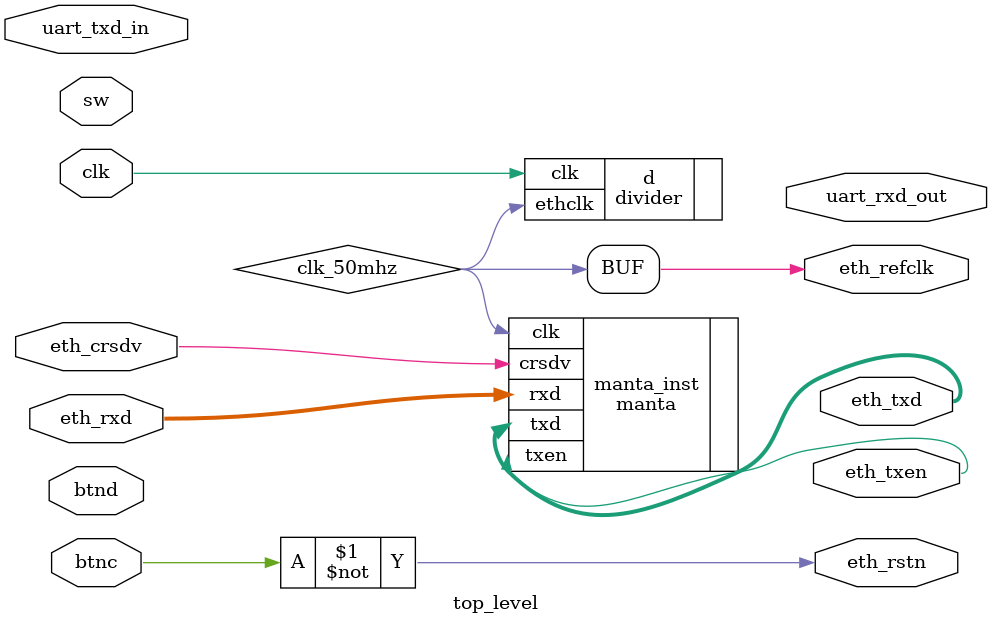
<source format=sv>
`default_nettype none
`timescale 1ns / 1ps

module top_level (
	input wire clk,
    input wire btnc,
    input wire btnd,

    input wire [15:0] sw,

    output reg eth_refclk,
    output reg eth_rstn,

    input wire eth_crsdv,
    input wire [1:0] eth_rxd,

    output reg eth_txen,
    output reg [1:0] eth_txd,

	input wire uart_txd_in,
	output logic uart_rxd_out
	);

    assign eth_rstn = ~btnc;

    logic clk_50mhz;
    assign eth_refclk = clk_50mhz;
    divider d (.clk(clk), .ethclk(clk_50mhz));

    manta manta_inst (
        .clk(clk_50mhz),

        .crsdv(eth_crsdv),
        .rxd(eth_rxd),
        .txen(eth_txen),
        .txd(eth_txd));


endmodule

`default_nettype wire
</source>
